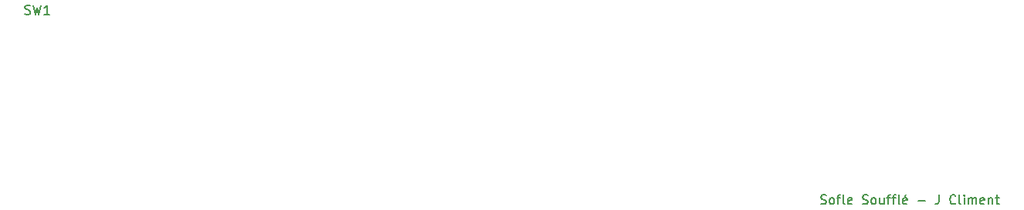
<source format=gto>
G04 #@! TF.GenerationSoftware,KiCad,Pcbnew,(5.1.12-1-10_14)*
G04 #@! TF.CreationDate,2021-12-25T11:36:38+00:00*
G04 #@! TF.ProjectId,SofleKeyboardTopPlate,536f666c-654b-4657-9962-6f617264546f,rev?*
G04 #@! TF.SameCoordinates,Original*
G04 #@! TF.FileFunction,Legend,Top*
G04 #@! TF.FilePolarity,Positive*
%FSLAX46Y46*%
G04 Gerber Fmt 4.6, Leading zero omitted, Abs format (unit mm)*
G04 Created by KiCad (PCBNEW (5.1.12-1-10_14)) date 2021-12-25 11:36:38*
%MOMM*%
%LPD*%
G01*
G04 APERTURE LIST*
%ADD10C,0.200000*%
%ADD11C,0.150000*%
%ADD12C,0.010000*%
%ADD13C,5.100000*%
G04 APERTURE END LIST*
D10*
X186920714Y-128305761D02*
X187063571Y-128353380D01*
X187301666Y-128353380D01*
X187396904Y-128305761D01*
X187444523Y-128258142D01*
X187492142Y-128162904D01*
X187492142Y-128067666D01*
X187444523Y-127972428D01*
X187396904Y-127924809D01*
X187301666Y-127877190D01*
X187111190Y-127829571D01*
X187015952Y-127781952D01*
X186968333Y-127734333D01*
X186920714Y-127639095D01*
X186920714Y-127543857D01*
X186968333Y-127448619D01*
X187015952Y-127401000D01*
X187111190Y-127353380D01*
X187349285Y-127353380D01*
X187492142Y-127401000D01*
X188063571Y-128353380D02*
X187968333Y-128305761D01*
X187920714Y-128258142D01*
X187873095Y-128162904D01*
X187873095Y-127877190D01*
X187920714Y-127781952D01*
X187968333Y-127734333D01*
X188063571Y-127686714D01*
X188206428Y-127686714D01*
X188301666Y-127734333D01*
X188349285Y-127781952D01*
X188396904Y-127877190D01*
X188396904Y-128162904D01*
X188349285Y-128258142D01*
X188301666Y-128305761D01*
X188206428Y-128353380D01*
X188063571Y-128353380D01*
X188682619Y-127686714D02*
X189063571Y-127686714D01*
X188825476Y-128353380D02*
X188825476Y-127496238D01*
X188873095Y-127401000D01*
X188968333Y-127353380D01*
X189063571Y-127353380D01*
X189539761Y-128353380D02*
X189444523Y-128305761D01*
X189396904Y-128210523D01*
X189396904Y-127353380D01*
X190301666Y-128305761D02*
X190206428Y-128353380D01*
X190015952Y-128353380D01*
X189920714Y-128305761D01*
X189873095Y-128210523D01*
X189873095Y-127829571D01*
X189920714Y-127734333D01*
X190015952Y-127686714D01*
X190206428Y-127686714D01*
X190301666Y-127734333D01*
X190349285Y-127829571D01*
X190349285Y-127924809D01*
X189873095Y-128020047D01*
X191492142Y-128305761D02*
X191635000Y-128353380D01*
X191873095Y-128353380D01*
X191968333Y-128305761D01*
X192015952Y-128258142D01*
X192063571Y-128162904D01*
X192063571Y-128067666D01*
X192015952Y-127972428D01*
X191968333Y-127924809D01*
X191873095Y-127877190D01*
X191682619Y-127829571D01*
X191587380Y-127781952D01*
X191539761Y-127734333D01*
X191492142Y-127639095D01*
X191492142Y-127543857D01*
X191539761Y-127448619D01*
X191587380Y-127401000D01*
X191682619Y-127353380D01*
X191920714Y-127353380D01*
X192063571Y-127401000D01*
X192635000Y-128353380D02*
X192539761Y-128305761D01*
X192492142Y-128258142D01*
X192444523Y-128162904D01*
X192444523Y-127877190D01*
X192492142Y-127781952D01*
X192539761Y-127734333D01*
X192635000Y-127686714D01*
X192777857Y-127686714D01*
X192873095Y-127734333D01*
X192920714Y-127781952D01*
X192968333Y-127877190D01*
X192968333Y-128162904D01*
X192920714Y-128258142D01*
X192873095Y-128305761D01*
X192777857Y-128353380D01*
X192635000Y-128353380D01*
X193825476Y-127686714D02*
X193825476Y-128353380D01*
X193396904Y-127686714D02*
X193396904Y-128210523D01*
X193444523Y-128305761D01*
X193539761Y-128353380D01*
X193682619Y-128353380D01*
X193777857Y-128305761D01*
X193825476Y-128258142D01*
X194158809Y-127686714D02*
X194539761Y-127686714D01*
X194301666Y-128353380D02*
X194301666Y-127496238D01*
X194349285Y-127401000D01*
X194444523Y-127353380D01*
X194539761Y-127353380D01*
X194730238Y-127686714D02*
X195111190Y-127686714D01*
X194873095Y-128353380D02*
X194873095Y-127496238D01*
X194920714Y-127401000D01*
X195015952Y-127353380D01*
X195111190Y-127353380D01*
X195587380Y-128353380D02*
X195492142Y-128305761D01*
X195444523Y-128210523D01*
X195444523Y-127353380D01*
X196349285Y-128305761D02*
X196254047Y-128353380D01*
X196063571Y-128353380D01*
X195968333Y-128305761D01*
X195920714Y-128210523D01*
X195920714Y-127829571D01*
X195968333Y-127734333D01*
X196063571Y-127686714D01*
X196254047Y-127686714D01*
X196349285Y-127734333D01*
X196396904Y-127829571D01*
X196396904Y-127924809D01*
X195920714Y-128020047D01*
X196254047Y-127305761D02*
X196111190Y-127448619D01*
X197587380Y-127972428D02*
X198349285Y-127972428D01*
X199873095Y-127353380D02*
X199873095Y-128067666D01*
X199825476Y-128210523D01*
X199730238Y-128305761D01*
X199587380Y-128353380D01*
X199492142Y-128353380D01*
X201682619Y-128258142D02*
X201635000Y-128305761D01*
X201492142Y-128353380D01*
X201396904Y-128353380D01*
X201254047Y-128305761D01*
X201158809Y-128210523D01*
X201111190Y-128115285D01*
X201063571Y-127924809D01*
X201063571Y-127781952D01*
X201111190Y-127591476D01*
X201158809Y-127496238D01*
X201254047Y-127401000D01*
X201396904Y-127353380D01*
X201492142Y-127353380D01*
X201635000Y-127401000D01*
X201682619Y-127448619D01*
X202254047Y-128353380D02*
X202158809Y-128305761D01*
X202111190Y-128210523D01*
X202111190Y-127353380D01*
X202635000Y-128353380D02*
X202635000Y-127686714D01*
X202635000Y-127353380D02*
X202587380Y-127401000D01*
X202635000Y-127448619D01*
X202682619Y-127401000D01*
X202635000Y-127353380D01*
X202635000Y-127448619D01*
X203111190Y-128353380D02*
X203111190Y-127686714D01*
X203111190Y-127781952D02*
X203158809Y-127734333D01*
X203254047Y-127686714D01*
X203396904Y-127686714D01*
X203492142Y-127734333D01*
X203539761Y-127829571D01*
X203539761Y-128353380D01*
X203539761Y-127829571D02*
X203587380Y-127734333D01*
X203682619Y-127686714D01*
X203825476Y-127686714D01*
X203920714Y-127734333D01*
X203968333Y-127829571D01*
X203968333Y-128353380D01*
X204825476Y-128305761D02*
X204730238Y-128353380D01*
X204539761Y-128353380D01*
X204444523Y-128305761D01*
X204396904Y-128210523D01*
X204396904Y-127829571D01*
X204444523Y-127734333D01*
X204539761Y-127686714D01*
X204730238Y-127686714D01*
X204825476Y-127734333D01*
X204873095Y-127829571D01*
X204873095Y-127924809D01*
X204396904Y-128020047D01*
X205301666Y-127686714D02*
X205301666Y-128353380D01*
X205301666Y-127781952D02*
X205349285Y-127734333D01*
X205444523Y-127686714D01*
X205587380Y-127686714D01*
X205682619Y-127734333D01*
X205730238Y-127829571D01*
X205730238Y-128353380D01*
X206063571Y-127686714D02*
X206444523Y-127686714D01*
X206206428Y-127353380D02*
X206206428Y-128210523D01*
X206254047Y-128305761D01*
X206349285Y-128353380D01*
X206444523Y-128353380D01*
D11*
X99669666Y-107423761D02*
X99812523Y-107471380D01*
X100050619Y-107471380D01*
X100145857Y-107423761D01*
X100193476Y-107376142D01*
X100241095Y-107280904D01*
X100241095Y-107185666D01*
X100193476Y-107090428D01*
X100145857Y-107042809D01*
X100050619Y-106995190D01*
X99860142Y-106947571D01*
X99764904Y-106899952D01*
X99717285Y-106852333D01*
X99669666Y-106757095D01*
X99669666Y-106661857D01*
X99717285Y-106566619D01*
X99764904Y-106519000D01*
X99860142Y-106471380D01*
X100098238Y-106471380D01*
X100241095Y-106519000D01*
X100574428Y-106471380D02*
X100812523Y-107471380D01*
X101003000Y-106757095D01*
X101193476Y-107471380D01*
X101431571Y-106471380D01*
X102336333Y-107471380D02*
X101764904Y-107471380D01*
X102050619Y-107471380D02*
X102050619Y-106471380D01*
X101955380Y-106614238D01*
X101860142Y-106709476D01*
X101764904Y-106757095D01*
%LPC*%
D12*
G36*
X112468318Y-116856032D02*
G01*
X112496566Y-116900878D01*
X112527606Y-116970368D01*
X112541278Y-117005363D01*
X112563844Y-117061544D01*
X112584741Y-117107842D01*
X112601739Y-117139691D01*
X112612612Y-117152526D01*
X112613125Y-117152595D01*
X112624513Y-117164147D01*
X112628992Y-117195160D01*
X112629000Y-117196792D01*
X112633997Y-117238612D01*
X112646270Y-117283809D01*
X112648708Y-117290243D01*
X112657080Y-117314436D01*
X112661426Y-117339074D01*
X112661778Y-117370171D01*
X112658165Y-117413743D01*
X112650616Y-117475805D01*
X112649658Y-117483171D01*
X112630898Y-117626841D01*
X112771872Y-117811995D01*
X112816855Y-117871074D01*
X112856325Y-117922909D01*
X112887787Y-117964224D01*
X112908748Y-117991744D01*
X112916674Y-118002143D01*
X112930704Y-118002137D01*
X112962604Y-117995278D01*
X113006384Y-117983427D01*
X113056058Y-117968447D01*
X113105637Y-117952200D01*
X113149132Y-117936549D01*
X113180556Y-117923356D01*
X113192376Y-117916398D01*
X113213102Y-117890792D01*
X113237849Y-117849920D01*
X113262846Y-117801484D01*
X113284324Y-117753187D01*
X113298511Y-117712730D01*
X113302100Y-117692268D01*
X113310261Y-117663887D01*
X113329639Y-117650151D01*
X113352574Y-117655704D01*
X113356610Y-117659230D01*
X113364711Y-117677419D01*
X113355756Y-117698844D01*
X113346490Y-117726125D01*
X113340922Y-117766532D01*
X113340200Y-117786571D01*
X113343946Y-117830386D01*
X113356701Y-117854353D01*
X113380732Y-117858956D01*
X113418311Y-117844678D01*
X113468845Y-117813918D01*
X113513550Y-117784694D01*
X113542006Y-117768692D01*
X113558757Y-117764548D01*
X113568347Y-117770898D01*
X113573832Y-117782396D01*
X113575613Y-117810223D01*
X113556343Y-117824436D01*
X113543717Y-117825700D01*
X113521223Y-117835822D01*
X113493807Y-117861034D01*
X113467696Y-117893604D01*
X113449118Y-117925800D01*
X113444172Y-117949289D01*
X113457575Y-117967955D01*
X113485790Y-117988072D01*
X113520392Y-118005490D01*
X113552955Y-118016061D01*
X113575055Y-118015635D01*
X113576715Y-118014560D01*
X113598588Y-118008743D01*
X113621269Y-118016223D01*
X113632097Y-118032685D01*
X113632105Y-118033433D01*
X113623737Y-118063269D01*
X113602707Y-118073722D01*
X113583950Y-118068311D01*
X113551941Y-118058136D01*
X113511157Y-118053960D01*
X113470043Y-118055474D01*
X113437045Y-118062373D01*
X113420648Y-118074245D01*
X113424824Y-118093525D01*
X113442994Y-118121735D01*
X113469145Y-118152156D01*
X113497265Y-118178069D01*
X113521341Y-118192755D01*
X113527810Y-118194000D01*
X113540501Y-118202785D01*
X113540970Y-118222531D01*
X113531464Y-118243321D01*
X113514228Y-118255239D01*
X113513924Y-118255299D01*
X113491724Y-118249040D01*
X113484287Y-118234805D01*
X113470162Y-118218503D01*
X113438302Y-118196374D01*
X113394773Y-118171464D01*
X113345638Y-118146819D01*
X113296963Y-118125484D01*
X113254813Y-118110507D01*
X113225696Y-118104933D01*
X113202049Y-118106720D01*
X113158811Y-118111741D01*
X113101485Y-118119294D01*
X113035573Y-118128677D01*
X113012794Y-118132069D01*
X112948186Y-118141436D01*
X112893188Y-118148728D01*
X112852344Y-118153395D01*
X112830198Y-118154888D01*
X112827582Y-118154461D01*
X112819850Y-118142453D01*
X112801297Y-118112898D01*
X112774459Y-118069852D01*
X112741868Y-118017373D01*
X112731033Y-117999887D01*
X112697281Y-117946209D01*
X112668348Y-117901739D01*
X112646750Y-117870227D01*
X112635004Y-117855425D01*
X112633718Y-117854847D01*
X112633221Y-117868252D01*
X112634225Y-117903575D01*
X112636569Y-117957393D01*
X112640092Y-118026278D01*
X112644630Y-118106805D01*
X112649195Y-118182310D01*
X112669293Y-118505150D01*
X112541235Y-118750899D01*
X112504146Y-118823453D01*
X112472074Y-118888857D01*
X112446605Y-118943654D01*
X112429321Y-118984389D01*
X112421808Y-119007605D01*
X112421914Y-119011249D01*
X112431650Y-119025371D01*
X112454103Y-119056880D01*
X112487019Y-119102643D01*
X112528142Y-119159531D01*
X112575217Y-119224410D01*
X112599930Y-119258386D01*
X112648738Y-119325707D01*
X112692293Y-119386305D01*
X112728431Y-119437125D01*
X112754987Y-119475114D01*
X112769797Y-119497217D01*
X112772128Y-119501381D01*
X112763186Y-119511580D01*
X112736520Y-119534363D01*
X112695007Y-119567460D01*
X112641525Y-119608601D01*
X112578953Y-119655513D01*
X112546450Y-119679476D01*
X112480158Y-119728368D01*
X112421118Y-119772442D01*
X112372304Y-119809436D01*
X112336686Y-119837088D01*
X112317237Y-119853136D01*
X112314524Y-119856032D01*
X112321771Y-119869292D01*
X112345480Y-119890562D01*
X112379775Y-119915763D01*
X112418777Y-119940821D01*
X112456608Y-119961657D01*
X112482950Y-119972839D01*
X112528836Y-119981922D01*
X112594894Y-119986321D01*
X112660750Y-119986175D01*
X112721907Y-119983721D01*
X112763276Y-119979641D01*
X112790462Y-119972895D01*
X112809070Y-119962443D01*
X112814715Y-119957604D01*
X112835302Y-119941050D01*
X112849568Y-119942003D01*
X112863071Y-119953885D01*
X112877095Y-119977517D01*
X112877380Y-119993726D01*
X112871043Y-120013187D01*
X112870300Y-120017488D01*
X112859231Y-120021205D01*
X112832531Y-120022798D01*
X112831777Y-120022800D01*
X112798477Y-120028577D01*
X112755350Y-120043359D01*
X112729393Y-120055161D01*
X112692523Y-120075540D01*
X112674043Y-120092044D01*
X112668813Y-120110357D01*
X112669490Y-120121379D01*
X112677655Y-120144615D01*
X112699454Y-120166699D01*
X112739752Y-120192414D01*
X112744498Y-120195095D01*
X112787395Y-120217607D01*
X112826172Y-120235330D01*
X112847872Y-120243067D01*
X112878086Y-120259217D01*
X112890480Y-120283960D01*
X112881664Y-120310159D01*
X112856736Y-120325852D01*
X112830588Y-120323340D01*
X112813604Y-120303630D01*
X112813580Y-120303557D01*
X112801439Y-120287989D01*
X112773234Y-120275518D01*
X112724350Y-120264119D01*
X112723189Y-120263899D01*
X112678200Y-120256096D01*
X112651146Y-120254285D01*
X112635149Y-120259023D01*
X112623334Y-120270867D01*
X112622418Y-120272067D01*
X112610412Y-120291540D01*
X112605086Y-120313828D01*
X112605776Y-120346397D01*
X112611529Y-120394609D01*
X112620705Y-120435200D01*
X112635434Y-120455337D01*
X112643307Y-120458700D01*
X112659654Y-120468329D01*
X112658173Y-120489066D01*
X112656220Y-120494693D01*
X112637518Y-120521723D01*
X112613584Y-120529086D01*
X112592108Y-120516570D01*
X112582858Y-120496699D01*
X112572533Y-120464443D01*
X112555996Y-120421388D01*
X112545199Y-120395925D01*
X112523494Y-120354148D01*
X112502400Y-120331869D01*
X112483907Y-120324674D01*
X112465938Y-120323182D01*
X112453424Y-120330440D01*
X112442552Y-120351456D01*
X112429509Y-120391235D01*
X112427077Y-120399305D01*
X112415515Y-120445116D01*
X112409396Y-120484470D01*
X112409781Y-120506780D01*
X112407636Y-120534634D01*
X112389993Y-120551417D01*
X112365441Y-120554110D01*
X112342573Y-120539697D01*
X112337613Y-120532133D01*
X112332358Y-120507782D01*
X112344852Y-120491370D01*
X112353811Y-120480222D01*
X112358885Y-120461795D01*
X112360451Y-120431159D01*
X112358886Y-120383383D01*
X112356369Y-120340811D01*
X112352863Y-120290646D01*
X112348217Y-120250358D01*
X112340348Y-120215756D01*
X112327173Y-120182648D01*
X112306611Y-120146843D01*
X112276578Y-120104149D01*
X112234991Y-120050374D01*
X112179767Y-119981327D01*
X112174478Y-119974744D01*
X112142793Y-119936556D01*
X112118581Y-119907072D01*
X112103060Y-119883175D01*
X112097445Y-119861746D01*
X112102952Y-119839667D01*
X112120798Y-119813818D01*
X112152198Y-119781081D01*
X112198368Y-119738338D01*
X112260525Y-119682471D01*
X112303648Y-119643490D01*
X112479946Y-119483215D01*
X112374883Y-119384707D01*
X112332446Y-119345541D01*
X112296790Y-119313801D01*
X112271922Y-119292976D01*
X112262084Y-119286448D01*
X112252540Y-119296630D01*
X112232898Y-119323920D01*
X112206327Y-119363764D01*
X112184966Y-119397224D01*
X112125908Y-119480294D01*
X112051258Y-119568610D01*
X111967686Y-119655183D01*
X111881860Y-119733026D01*
X111814314Y-119785560D01*
X111744594Y-119829960D01*
X111661176Y-119875371D01*
X111572621Y-119917697D01*
X111487488Y-119952837D01*
X111416150Y-119976214D01*
X111330402Y-119994799D01*
X111233572Y-120008921D01*
X111135518Y-120017588D01*
X111046103Y-120019808D01*
X111002867Y-120017816D01*
X110850972Y-119992813D01*
X110704418Y-119944030D01*
X110565297Y-119872877D01*
X110435702Y-119780765D01*
X110317724Y-119669106D01*
X110213454Y-119539309D01*
X110153483Y-119444950D01*
X110124210Y-119394150D01*
X110159446Y-119438600D01*
X110202444Y-119488400D01*
X110257761Y-119546071D01*
X110319775Y-119606340D01*
X110382862Y-119663931D01*
X110441399Y-119713569D01*
X110489763Y-119749981D01*
X110495400Y-119753721D01*
X110621824Y-119822651D01*
X110754971Y-119870911D01*
X110891051Y-119897852D01*
X111026274Y-119902823D01*
X111156851Y-119885173D01*
X111197955Y-119874369D01*
X111277725Y-119845860D01*
X111367993Y-119805771D01*
X111459584Y-119758592D01*
X111543325Y-119708812D01*
X111563337Y-119695550D01*
X111631796Y-119645689D01*
X111693117Y-119593145D01*
X111750341Y-119534288D01*
X111806512Y-119465490D01*
X111864670Y-119383122D01*
X111927859Y-119283556D01*
X111975154Y-119204344D01*
X112049200Y-119078039D01*
X111929525Y-118966936D01*
X111884749Y-118926694D01*
X111847051Y-118895325D01*
X111819951Y-118875572D01*
X111806967Y-118870175D01*
X111806388Y-118870991D01*
X111803936Y-118888795D01*
X111799714Y-118926592D01*
X111794284Y-118979084D01*
X111788212Y-119040971D01*
X111787338Y-119050129D01*
X111771750Y-119214109D01*
X111567948Y-119017576D01*
X111498935Y-118951500D01*
X111444894Y-118901121D01*
X111402920Y-118864089D01*
X111370107Y-118838058D01*
X111343550Y-118820680D01*
X111320343Y-118809608D01*
X111303751Y-118804132D01*
X111258100Y-118796084D01*
X111201559Y-118792868D01*
X111141141Y-118794064D01*
X111083857Y-118799253D01*
X111036719Y-118808016D01*
X111006737Y-118819934D01*
X111004069Y-118822043D01*
X110983436Y-118834646D01*
X110962959Y-118827093D01*
X110959856Y-118824883D01*
X110942131Y-118800751D01*
X110944941Y-118776377D01*
X110965741Y-118760520D01*
X110979151Y-118758509D01*
X111009008Y-118753155D01*
X111049243Y-118740243D01*
X111091479Y-118723207D01*
X111127340Y-118705477D01*
X111148451Y-118690486D01*
X111149921Y-118688536D01*
X111155294Y-118658468D01*
X111135513Y-118626683D01*
X111090754Y-118593400D01*
X111064154Y-118578828D01*
X111020867Y-118557441D01*
X110984190Y-118540466D01*
X110962125Y-118531602D01*
X110943911Y-118515337D01*
X110941380Y-118488868D01*
X110955140Y-118463239D01*
X110980798Y-118448845D01*
X111001716Y-118457471D01*
X111009285Y-118471935D01*
X111024965Y-118489818D01*
X111061654Y-118506069D01*
X111095866Y-118515859D01*
X111139206Y-118526226D01*
X111165495Y-118529600D01*
X111182190Y-118525658D01*
X111196749Y-118514075D01*
X111199523Y-118511347D01*
X111216271Y-118479710D01*
X111222718Y-118435250D01*
X111219215Y-118388065D01*
X111206112Y-118348249D01*
X111193287Y-118331664D01*
X111171269Y-118302124D01*
X111173407Y-118273306D01*
X111182270Y-118261509D01*
X111204803Y-118252544D01*
X111229280Y-118258461D01*
X111243943Y-118275549D01*
X111244698Y-118281206D01*
X111249561Y-118302947D01*
X111262284Y-118339628D01*
X111279274Y-118381325D01*
X111299313Y-118424297D01*
X111315211Y-118448435D01*
X111331327Y-118458838D01*
X111347115Y-118460700D01*
X111366407Y-118458006D01*
X111380029Y-118446183D01*
X111392163Y-118419615D01*
X111403165Y-118385438D01*
X111414289Y-118340956D01*
X111419745Y-118302878D01*
X111419022Y-118283672D01*
X111421827Y-118256694D01*
X111440511Y-118240385D01*
X111466304Y-118239270D01*
X111484058Y-118250115D01*
X111497503Y-118270616D01*
X111490508Y-118293045D01*
X111488926Y-118295632D01*
X111480985Y-118322301D01*
X111475677Y-118370609D01*
X111473369Y-118436894D01*
X111473300Y-118452131D01*
X111473300Y-118583608D01*
X111571458Y-118719758D01*
X111607263Y-118769889D01*
X111634070Y-118805877D01*
X111653623Y-118826241D01*
X111667662Y-118829498D01*
X111677930Y-118814168D01*
X111686169Y-118778767D01*
X111694120Y-118721814D01*
X111703526Y-118641826D01*
X111708023Y-118603575D01*
X111716427Y-118536901D01*
X111724476Y-118480172D01*
X111731487Y-118437697D01*
X111736776Y-118413783D01*
X111738708Y-118410104D01*
X111750028Y-118418297D01*
X111777170Y-118441038D01*
X111817184Y-118475761D01*
X111867122Y-118519903D01*
X111924035Y-118570897D01*
X111935815Y-118581530D01*
X111993385Y-118633288D01*
X112044192Y-118678453D01*
X112085381Y-118714530D01*
X112114097Y-118739023D01*
X112127485Y-118749436D01*
X112128083Y-118749601D01*
X112128331Y-118736505D01*
X112127091Y-118702703D01*
X112124581Y-118652832D01*
X112121018Y-118591527D01*
X112119589Y-118568650D01*
X112116029Y-118500195D01*
X112114622Y-118435160D01*
X112115542Y-118367824D01*
X112118965Y-118292471D01*
X112125064Y-118203382D01*
X112134016Y-118094839D01*
X112134101Y-118093862D01*
X112141220Y-118009940D01*
X112147255Y-117934878D01*
X112151948Y-117872233D01*
X112155040Y-117825560D01*
X112156273Y-117798417D01*
X112155988Y-117792954D01*
X112144089Y-117797274D01*
X112114466Y-117811906D01*
X112071473Y-117834606D01*
X112019465Y-117863130D01*
X112014917Y-117865667D01*
X111962449Y-117894523D01*
X111918725Y-117917695D01*
X111888069Y-117932956D01*
X111874803Y-117938078D01*
X111874616Y-117937975D01*
X111854327Y-117912222D01*
X111822400Y-117874131D01*
X111782149Y-117827416D01*
X111736886Y-117775791D01*
X111689926Y-117722970D01*
X111644580Y-117672667D01*
X111604163Y-117628596D01*
X111571988Y-117594470D01*
X111551367Y-117574004D01*
X111546372Y-117570026D01*
X111503066Y-117550180D01*
X111452672Y-117532003D01*
X111402080Y-117517384D01*
X111358179Y-117508210D01*
X111327857Y-117506370D01*
X111320858Y-117508222D01*
X111295879Y-117510383D01*
X111277010Y-117495098D01*
X111272677Y-117470218D01*
X111274276Y-117464834D01*
X111283239Y-117455451D01*
X111304184Y-117451194D01*
X111342167Y-117451504D01*
X111375374Y-117453660D01*
X111423577Y-117456864D01*
X111452295Y-117456548D01*
X111467347Y-117451407D01*
X111474553Y-117440136D01*
X111477294Y-117430797D01*
X111478213Y-117402641D01*
X111464785Y-117371205D01*
X111434631Y-117332287D01*
X111402306Y-117298352D01*
X111373490Y-117262940D01*
X111364746Y-117235914D01*
X111376240Y-117219707D01*
X111396701Y-117216100D01*
X111418406Y-117224952D01*
X111422522Y-117238325D01*
X111433272Y-117259368D01*
X111460191Y-117283479D01*
X111495337Y-117305735D01*
X111530765Y-117321215D01*
X111558536Y-117325000D01*
X111561327Y-117324326D01*
X111581459Y-117306677D01*
X111598788Y-117273074D01*
X111610375Y-117232960D01*
X111613278Y-117195780D01*
X111607775Y-117175141D01*
X111601760Y-117150657D01*
X111609289Y-117138530D01*
X111632176Y-117128958D01*
X111652915Y-117138782D01*
X111662483Y-117162944D01*
X111662337Y-117168273D01*
X111661253Y-117197843D01*
X111661328Y-117240178D01*
X111661824Y-117262243D01*
X111664924Y-117302675D01*
X111672669Y-117324301D01*
X111687455Y-117333617D01*
X111688233Y-117333826D01*
X111710788Y-117328149D01*
X111738993Y-117305866D01*
X111767127Y-117273085D01*
X111789466Y-117235913D01*
X111796435Y-117218350D01*
X111811931Y-117195779D01*
X111833036Y-117193134D01*
X111856453Y-117204634D01*
X111864321Y-117224096D01*
X111854543Y-117242056D01*
X111844930Y-117246792D01*
X111830385Y-117261956D01*
X111812517Y-117295496D01*
X111793629Y-117341017D01*
X111776025Y-117392127D01*
X111762009Y-117442432D01*
X111753885Y-117485538D01*
X111752752Y-117502606D01*
X111760653Y-117534520D01*
X111783229Y-117582604D01*
X111818888Y-117643517D01*
X111823230Y-117650371D01*
X111893655Y-117760792D01*
X112029552Y-117689703D01*
X112083038Y-117661472D01*
X112128262Y-117637129D01*
X112160464Y-117619270D01*
X112174881Y-117610489D01*
X112174889Y-117610482D01*
X112177779Y-117595248D01*
X112178334Y-117560246D01*
X112176605Y-117510997D01*
X112173511Y-117463748D01*
X112169100Y-117399974D01*
X112167905Y-117355072D01*
X112170347Y-117322671D01*
X112176844Y-117296398D01*
X112186018Y-117273798D01*
X112200996Y-117231579D01*
X112209144Y-117190687D01*
X112209621Y-117182106D01*
X112215970Y-117148906D01*
X112229930Y-117137656D01*
X112243269Y-117124905D01*
X112263877Y-117093243D01*
X112289088Y-117047136D01*
X112312016Y-117000200D01*
X112350707Y-116922369D01*
X112384056Y-116869000D01*
X112413690Y-116840130D01*
X112441235Y-116835795D01*
X112468318Y-116856032D01*
G37*
X112468318Y-116856032D02*
X112496566Y-116900878D01*
X112527606Y-116970368D01*
X112541278Y-117005363D01*
X112563844Y-117061544D01*
X112584741Y-117107842D01*
X112601739Y-117139691D01*
X112612612Y-117152526D01*
X112613125Y-117152595D01*
X112624513Y-117164147D01*
X112628992Y-117195160D01*
X112629000Y-117196792D01*
X112633997Y-117238612D01*
X112646270Y-117283809D01*
X112648708Y-117290243D01*
X112657080Y-117314436D01*
X112661426Y-117339074D01*
X112661778Y-117370171D01*
X112658165Y-117413743D01*
X112650616Y-117475805D01*
X112649658Y-117483171D01*
X112630898Y-117626841D01*
X112771872Y-117811995D01*
X112816855Y-117871074D01*
X112856325Y-117922909D01*
X112887787Y-117964224D01*
X112908748Y-117991744D01*
X112916674Y-118002143D01*
X112930704Y-118002137D01*
X112962604Y-117995278D01*
X113006384Y-117983427D01*
X113056058Y-117968447D01*
X113105637Y-117952200D01*
X113149132Y-117936549D01*
X113180556Y-117923356D01*
X113192376Y-117916398D01*
X113213102Y-117890792D01*
X113237849Y-117849920D01*
X113262846Y-117801484D01*
X113284324Y-117753187D01*
X113298511Y-117712730D01*
X113302100Y-117692268D01*
X113310261Y-117663887D01*
X113329639Y-117650151D01*
X113352574Y-117655704D01*
X113356610Y-117659230D01*
X113364711Y-117677419D01*
X113355756Y-117698844D01*
X113346490Y-117726125D01*
X113340922Y-117766532D01*
X113340200Y-117786571D01*
X113343946Y-117830386D01*
X113356701Y-117854353D01*
X113380732Y-117858956D01*
X113418311Y-117844678D01*
X113468845Y-117813918D01*
X113513550Y-117784694D01*
X113542006Y-117768692D01*
X113558757Y-117764548D01*
X113568347Y-117770898D01*
X113573832Y-117782396D01*
X113575613Y-117810223D01*
X113556343Y-117824436D01*
X113543717Y-117825700D01*
X113521223Y-117835822D01*
X113493807Y-117861034D01*
X113467696Y-117893604D01*
X113449118Y-117925800D01*
X113444172Y-117949289D01*
X113457575Y-117967955D01*
X113485790Y-117988072D01*
X113520392Y-118005490D01*
X113552955Y-118016061D01*
X113575055Y-118015635D01*
X113576715Y-118014560D01*
X113598588Y-118008743D01*
X113621269Y-118016223D01*
X113632097Y-118032685D01*
X113632105Y-118033433D01*
X113623737Y-118063269D01*
X113602707Y-118073722D01*
X113583950Y-118068311D01*
X113551941Y-118058136D01*
X113511157Y-118053960D01*
X113470043Y-118055474D01*
X113437045Y-118062373D01*
X113420648Y-118074245D01*
X113424824Y-118093525D01*
X113442994Y-118121735D01*
X113469145Y-118152156D01*
X113497265Y-118178069D01*
X113521341Y-118192755D01*
X113527810Y-118194000D01*
X113540501Y-118202785D01*
X113540970Y-118222531D01*
X113531464Y-118243321D01*
X113514228Y-118255239D01*
X113513924Y-118255299D01*
X113491724Y-118249040D01*
X113484287Y-118234805D01*
X113470162Y-118218503D01*
X113438302Y-118196374D01*
X113394773Y-118171464D01*
X113345638Y-118146819D01*
X113296963Y-118125484D01*
X113254813Y-118110507D01*
X113225696Y-118104933D01*
X113202049Y-118106720D01*
X113158811Y-118111741D01*
X113101485Y-118119294D01*
X113035573Y-118128677D01*
X113012794Y-118132069D01*
X112948186Y-118141436D01*
X112893188Y-118148728D01*
X112852344Y-118153395D01*
X112830198Y-118154888D01*
X112827582Y-118154461D01*
X112819850Y-118142453D01*
X112801297Y-118112898D01*
X112774459Y-118069852D01*
X112741868Y-118017373D01*
X112731033Y-117999887D01*
X112697281Y-117946209D01*
X112668348Y-117901739D01*
X112646750Y-117870227D01*
X112635004Y-117855425D01*
X112633718Y-117854847D01*
X112633221Y-117868252D01*
X112634225Y-117903575D01*
X112636569Y-117957393D01*
X112640092Y-118026278D01*
X112644630Y-118106805D01*
X112649195Y-118182310D01*
X112669293Y-118505150D01*
X112541235Y-118750899D01*
X112504146Y-118823453D01*
X112472074Y-118888857D01*
X112446605Y-118943654D01*
X112429321Y-118984389D01*
X112421808Y-119007605D01*
X112421914Y-119011249D01*
X112431650Y-119025371D01*
X112454103Y-119056880D01*
X112487019Y-119102643D01*
X112528142Y-119159531D01*
X112575217Y-119224410D01*
X112599930Y-119258386D01*
X112648738Y-119325707D01*
X112692293Y-119386305D01*
X112728431Y-119437125D01*
X112754987Y-119475114D01*
X112769797Y-119497217D01*
X112772128Y-119501381D01*
X112763186Y-119511580D01*
X112736520Y-119534363D01*
X112695007Y-119567460D01*
X112641525Y-119608601D01*
X112578953Y-119655513D01*
X112546450Y-119679476D01*
X112480158Y-119728368D01*
X112421118Y-119772442D01*
X112372304Y-119809436D01*
X112336686Y-119837088D01*
X112317237Y-119853136D01*
X112314524Y-119856032D01*
X112321771Y-119869292D01*
X112345480Y-119890562D01*
X112379775Y-119915763D01*
X112418777Y-119940821D01*
X112456608Y-119961657D01*
X112482950Y-119972839D01*
X112528836Y-119981922D01*
X112594894Y-119986321D01*
X112660750Y-119986175D01*
X112721907Y-119983721D01*
X112763276Y-119979641D01*
X112790462Y-119972895D01*
X112809070Y-119962443D01*
X112814715Y-119957604D01*
X112835302Y-119941050D01*
X112849568Y-119942003D01*
X112863071Y-119953885D01*
X112877095Y-119977517D01*
X112877380Y-119993726D01*
X112871043Y-120013187D01*
X112870300Y-120017488D01*
X112859231Y-120021205D01*
X112832531Y-120022798D01*
X112831777Y-120022800D01*
X112798477Y-120028577D01*
X112755350Y-120043359D01*
X112729393Y-120055161D01*
X112692523Y-120075540D01*
X112674043Y-120092044D01*
X112668813Y-120110357D01*
X112669490Y-120121379D01*
X112677655Y-120144615D01*
X112699454Y-120166699D01*
X112739752Y-120192414D01*
X112744498Y-120195095D01*
X112787395Y-120217607D01*
X112826172Y-120235330D01*
X112847872Y-120243067D01*
X112878086Y-120259217D01*
X112890480Y-120283960D01*
X112881664Y-120310159D01*
X112856736Y-120325852D01*
X112830588Y-120323340D01*
X112813604Y-120303630D01*
X112813580Y-120303557D01*
X112801439Y-120287989D01*
X112773234Y-120275518D01*
X112724350Y-120264119D01*
X112723189Y-120263899D01*
X112678200Y-120256096D01*
X112651146Y-120254285D01*
X112635149Y-120259023D01*
X112623334Y-120270867D01*
X112622418Y-120272067D01*
X112610412Y-120291540D01*
X112605086Y-120313828D01*
X112605776Y-120346397D01*
X112611529Y-120394609D01*
X112620705Y-120435200D01*
X112635434Y-120455337D01*
X112643307Y-120458700D01*
X112659654Y-120468329D01*
X112658173Y-120489066D01*
X112656220Y-120494693D01*
X112637518Y-120521723D01*
X112613584Y-120529086D01*
X112592108Y-120516570D01*
X112582858Y-120496699D01*
X112572533Y-120464443D01*
X112555996Y-120421388D01*
X112545199Y-120395925D01*
X112523494Y-120354148D01*
X112502400Y-120331869D01*
X112483907Y-120324674D01*
X112465938Y-120323182D01*
X112453424Y-120330440D01*
X112442552Y-120351456D01*
X112429509Y-120391235D01*
X112427077Y-120399305D01*
X112415515Y-120445116D01*
X112409396Y-120484470D01*
X112409781Y-120506780D01*
X112407636Y-120534634D01*
X112389993Y-120551417D01*
X112365441Y-120554110D01*
X112342573Y-120539697D01*
X112337613Y-120532133D01*
X112332358Y-120507782D01*
X112344852Y-120491370D01*
X112353811Y-120480222D01*
X112358885Y-120461795D01*
X112360451Y-120431159D01*
X112358886Y-120383383D01*
X112356369Y-120340811D01*
X112352863Y-120290646D01*
X112348217Y-120250358D01*
X112340348Y-120215756D01*
X112327173Y-120182648D01*
X112306611Y-120146843D01*
X112276578Y-120104149D01*
X112234991Y-120050374D01*
X112179767Y-119981327D01*
X112174478Y-119974744D01*
X112142793Y-119936556D01*
X112118581Y-119907072D01*
X112103060Y-119883175D01*
X112097445Y-119861746D01*
X112102952Y-119839667D01*
X112120798Y-119813818D01*
X112152198Y-119781081D01*
X112198368Y-119738338D01*
X112260525Y-119682471D01*
X112303648Y-119643490D01*
X112479946Y-119483215D01*
X112374883Y-119384707D01*
X112332446Y-119345541D01*
X112296790Y-119313801D01*
X112271922Y-119292976D01*
X112262084Y-119286448D01*
X112252540Y-119296630D01*
X112232898Y-119323920D01*
X112206327Y-119363764D01*
X112184966Y-119397224D01*
X112125908Y-119480294D01*
X112051258Y-119568610D01*
X111967686Y-119655183D01*
X111881860Y-119733026D01*
X111814314Y-119785560D01*
X111744594Y-119829960D01*
X111661176Y-119875371D01*
X111572621Y-119917697D01*
X111487488Y-119952837D01*
X111416150Y-119976214D01*
X111330402Y-119994799D01*
X111233572Y-120008921D01*
X111135518Y-120017588D01*
X111046103Y-120019808D01*
X111002867Y-120017816D01*
X110850972Y-119992813D01*
X110704418Y-119944030D01*
X110565297Y-119872877D01*
X110435702Y-119780765D01*
X110317724Y-119669106D01*
X110213454Y-119539309D01*
X110153483Y-119444950D01*
X110124210Y-119394150D01*
X110159446Y-119438600D01*
X110202444Y-119488400D01*
X110257761Y-119546071D01*
X110319775Y-119606340D01*
X110382862Y-119663931D01*
X110441399Y-119713569D01*
X110489763Y-119749981D01*
X110495400Y-119753721D01*
X110621824Y-119822651D01*
X110754971Y-119870911D01*
X110891051Y-119897852D01*
X111026274Y-119902823D01*
X111156851Y-119885173D01*
X111197955Y-119874369D01*
X111277725Y-119845860D01*
X111367993Y-119805771D01*
X111459584Y-119758592D01*
X111543325Y-119708812D01*
X111563337Y-119695550D01*
X111631796Y-119645689D01*
X111693117Y-119593145D01*
X111750341Y-119534288D01*
X111806512Y-119465490D01*
X111864670Y-119383122D01*
X111927859Y-119283556D01*
X111975154Y-119204344D01*
X112049200Y-119078039D01*
X111929525Y-118966936D01*
X111884749Y-118926694D01*
X111847051Y-118895325D01*
X111819951Y-118875572D01*
X111806967Y-118870175D01*
X111806388Y-118870991D01*
X111803936Y-118888795D01*
X111799714Y-118926592D01*
X111794284Y-118979084D01*
X111788212Y-119040971D01*
X111787338Y-119050129D01*
X111771750Y-119214109D01*
X111567948Y-119017576D01*
X111498935Y-118951500D01*
X111444894Y-118901121D01*
X111402920Y-118864089D01*
X111370107Y-118838058D01*
X111343550Y-118820680D01*
X111320343Y-118809608D01*
X111303751Y-118804132D01*
X111258100Y-118796084D01*
X111201559Y-118792868D01*
X111141141Y-118794064D01*
X111083857Y-118799253D01*
X111036719Y-118808016D01*
X111006737Y-118819934D01*
X111004069Y-118822043D01*
X110983436Y-118834646D01*
X110962959Y-118827093D01*
X110959856Y-118824883D01*
X110942131Y-118800751D01*
X110944941Y-118776377D01*
X110965741Y-118760520D01*
X110979151Y-118758509D01*
X111009008Y-118753155D01*
X111049243Y-118740243D01*
X111091479Y-118723207D01*
X111127340Y-118705477D01*
X111148451Y-118690486D01*
X111149921Y-118688536D01*
X111155294Y-118658468D01*
X111135513Y-118626683D01*
X111090754Y-118593400D01*
X111064154Y-118578828D01*
X111020867Y-118557441D01*
X110984190Y-118540466D01*
X110962125Y-118531602D01*
X110943911Y-118515337D01*
X110941380Y-118488868D01*
X110955140Y-118463239D01*
X110980798Y-118448845D01*
X111001716Y-118457471D01*
X111009285Y-118471935D01*
X111024965Y-118489818D01*
X111061654Y-118506069D01*
X111095866Y-118515859D01*
X111139206Y-118526226D01*
X111165495Y-118529600D01*
X111182190Y-118525658D01*
X111196749Y-118514075D01*
X111199523Y-118511347D01*
X111216271Y-118479710D01*
X111222718Y-118435250D01*
X111219215Y-118388065D01*
X111206112Y-118348249D01*
X111193287Y-118331664D01*
X111171269Y-118302124D01*
X111173407Y-118273306D01*
X111182270Y-118261509D01*
X111204803Y-118252544D01*
X111229280Y-118258461D01*
X111243943Y-118275549D01*
X111244698Y-118281206D01*
X111249561Y-118302947D01*
X111262284Y-118339628D01*
X111279274Y-118381325D01*
X111299313Y-118424297D01*
X111315211Y-118448435D01*
X111331327Y-118458838D01*
X111347115Y-118460700D01*
X111366407Y-118458006D01*
X111380029Y-118446183D01*
X111392163Y-118419615D01*
X111403165Y-118385438D01*
X111414289Y-118340956D01*
X111419745Y-118302878D01*
X111419022Y-118283672D01*
X111421827Y-118256694D01*
X111440511Y-118240385D01*
X111466304Y-118239270D01*
X111484058Y-118250115D01*
X111497503Y-118270616D01*
X111490508Y-118293045D01*
X111488926Y-118295632D01*
X111480985Y-118322301D01*
X111475677Y-118370609D01*
X111473369Y-118436894D01*
X111473300Y-118452131D01*
X111473300Y-118583608D01*
X111571458Y-118719758D01*
X111607263Y-118769889D01*
X111634070Y-118805877D01*
X111653623Y-118826241D01*
X111667662Y-118829498D01*
X111677930Y-118814168D01*
X111686169Y-118778767D01*
X111694120Y-118721814D01*
X111703526Y-118641826D01*
X111708023Y-118603575D01*
X111716427Y-118536901D01*
X111724476Y-118480172D01*
X111731487Y-118437697D01*
X111736776Y-118413783D01*
X111738708Y-118410104D01*
X111750028Y-118418297D01*
X111777170Y-118441038D01*
X111817184Y-118475761D01*
X111867122Y-118519903D01*
X111924035Y-118570897D01*
X111935815Y-118581530D01*
X111993385Y-118633288D01*
X112044192Y-118678453D01*
X112085381Y-118714530D01*
X112114097Y-118739023D01*
X112127485Y-118749436D01*
X112128083Y-118749601D01*
X112128331Y-118736505D01*
X112127091Y-118702703D01*
X112124581Y-118652832D01*
X112121018Y-118591527D01*
X112119589Y-118568650D01*
X112116029Y-118500195D01*
X112114622Y-118435160D01*
X112115542Y-118367824D01*
X112118965Y-118292471D01*
X112125064Y-118203382D01*
X112134016Y-118094839D01*
X112134101Y-118093862D01*
X112141220Y-118009940D01*
X112147255Y-117934878D01*
X112151948Y-117872233D01*
X112155040Y-117825560D01*
X112156273Y-117798417D01*
X112155988Y-117792954D01*
X112144089Y-117797274D01*
X112114466Y-117811906D01*
X112071473Y-117834606D01*
X112019465Y-117863130D01*
X112014917Y-117865667D01*
X111962449Y-117894523D01*
X111918725Y-117917695D01*
X111888069Y-117932956D01*
X111874803Y-117938078D01*
X111874616Y-117937975D01*
X111854327Y-117912222D01*
X111822400Y-117874131D01*
X111782149Y-117827416D01*
X111736886Y-117775791D01*
X111689926Y-117722970D01*
X111644580Y-117672667D01*
X111604163Y-117628596D01*
X111571988Y-117594470D01*
X111551367Y-117574004D01*
X111546372Y-117570026D01*
X111503066Y-117550180D01*
X111452672Y-117532003D01*
X111402080Y-117517384D01*
X111358179Y-117508210D01*
X111327857Y-117506370D01*
X111320858Y-117508222D01*
X111295879Y-117510383D01*
X111277010Y-117495098D01*
X111272677Y-117470218D01*
X111274276Y-117464834D01*
X111283239Y-117455451D01*
X111304184Y-117451194D01*
X111342167Y-117451504D01*
X111375374Y-117453660D01*
X111423577Y-117456864D01*
X111452295Y-117456548D01*
X111467347Y-117451407D01*
X111474553Y-117440136D01*
X111477294Y-117430797D01*
X111478213Y-117402641D01*
X111464785Y-117371205D01*
X111434631Y-117332287D01*
X111402306Y-117298352D01*
X111373490Y-117262940D01*
X111364746Y-117235914D01*
X111376240Y-117219707D01*
X111396701Y-117216100D01*
X111418406Y-117224952D01*
X111422522Y-117238325D01*
X111433272Y-117259368D01*
X111460191Y-117283479D01*
X111495337Y-117305735D01*
X111530765Y-117321215D01*
X111558536Y-117325000D01*
X111561327Y-117324326D01*
X111581459Y-117306677D01*
X111598788Y-117273074D01*
X111610375Y-117232960D01*
X111613278Y-117195780D01*
X111607775Y-117175141D01*
X111601760Y-117150657D01*
X111609289Y-117138530D01*
X111632176Y-117128958D01*
X111652915Y-117138782D01*
X111662483Y-117162944D01*
X111662337Y-117168273D01*
X111661253Y-117197843D01*
X111661328Y-117240178D01*
X111661824Y-117262243D01*
X111664924Y-117302675D01*
X111672669Y-117324301D01*
X111687455Y-117333617D01*
X111688233Y-117333826D01*
X111710788Y-117328149D01*
X111738993Y-117305866D01*
X111767127Y-117273085D01*
X111789466Y-117235913D01*
X111796435Y-117218350D01*
X111811931Y-117195779D01*
X111833036Y-117193134D01*
X111856453Y-117204634D01*
X111864321Y-117224096D01*
X111854543Y-117242056D01*
X111844930Y-117246792D01*
X111830385Y-117261956D01*
X111812517Y-117295496D01*
X111793629Y-117341017D01*
X111776025Y-117392127D01*
X111762009Y-117442432D01*
X111753885Y-117485538D01*
X111752752Y-117502606D01*
X111760653Y-117534520D01*
X111783229Y-117582604D01*
X111818888Y-117643517D01*
X111823230Y-117650371D01*
X111893655Y-117760792D01*
X112029552Y-117689703D01*
X112083038Y-117661472D01*
X112128262Y-117637129D01*
X112160464Y-117619270D01*
X112174881Y-117610489D01*
X112174889Y-117610482D01*
X112177779Y-117595248D01*
X112178334Y-117560246D01*
X112176605Y-117510997D01*
X112173511Y-117463748D01*
X112169100Y-117399974D01*
X112167905Y-117355072D01*
X112170347Y-117322671D01*
X112176844Y-117296398D01*
X112186018Y-117273798D01*
X112200996Y-117231579D01*
X112209144Y-117190687D01*
X112209621Y-117182106D01*
X112215970Y-117148906D01*
X112229930Y-117137656D01*
X112243269Y-117124905D01*
X112263877Y-117093243D01*
X112289088Y-117047136D01*
X112312016Y-117000200D01*
X112350707Y-116922369D01*
X112384056Y-116869000D01*
X112413690Y-116840130D01*
X112441235Y-116835795D01*
X112468318Y-116856032D01*
G36*
X199994318Y-131282032D02*
G01*
X200022566Y-131326878D01*
X200053606Y-131396368D01*
X200067278Y-131431363D01*
X200089844Y-131487544D01*
X200110741Y-131533842D01*
X200127739Y-131565691D01*
X200138612Y-131578526D01*
X200139125Y-131578595D01*
X200150513Y-131590147D01*
X200154992Y-131621160D01*
X200155000Y-131622792D01*
X200159997Y-131664612D01*
X200172270Y-131709809D01*
X200174708Y-131716243D01*
X200183080Y-131740436D01*
X200187426Y-131765074D01*
X200187778Y-131796171D01*
X200184165Y-131839743D01*
X200176616Y-131901805D01*
X200175658Y-131909171D01*
X200156898Y-132052841D01*
X200297872Y-132237995D01*
X200342855Y-132297074D01*
X200382325Y-132348909D01*
X200413787Y-132390224D01*
X200434748Y-132417744D01*
X200442674Y-132428143D01*
X200456704Y-132428137D01*
X200488604Y-132421278D01*
X200532384Y-132409427D01*
X200582058Y-132394447D01*
X200631637Y-132378200D01*
X200675132Y-132362549D01*
X200706556Y-132349356D01*
X200718376Y-132342398D01*
X200739102Y-132316792D01*
X200763849Y-132275920D01*
X200788846Y-132227484D01*
X200810324Y-132179187D01*
X200824511Y-132138730D01*
X200828100Y-132118268D01*
X200836261Y-132089887D01*
X200855639Y-132076151D01*
X200878574Y-132081704D01*
X200882610Y-132085230D01*
X200890711Y-132103419D01*
X200881756Y-132124844D01*
X200872490Y-132152125D01*
X200866922Y-132192532D01*
X200866200Y-132212571D01*
X200869946Y-132256386D01*
X200882701Y-132280353D01*
X200906732Y-132284956D01*
X200944311Y-132270678D01*
X200994845Y-132239918D01*
X201039550Y-132210694D01*
X201068006Y-132194692D01*
X201084757Y-132190548D01*
X201094347Y-132196898D01*
X201099832Y-132208396D01*
X201101613Y-132236223D01*
X201082343Y-132250436D01*
X201069717Y-132251700D01*
X201047223Y-132261822D01*
X201019807Y-132287034D01*
X200993696Y-132319604D01*
X200975118Y-132351800D01*
X200970172Y-132375289D01*
X200983575Y-132393955D01*
X201011790Y-132414072D01*
X201046392Y-132431490D01*
X201078955Y-132442061D01*
X201101055Y-132441635D01*
X201102715Y-132440560D01*
X201124588Y-132434743D01*
X201147269Y-132442223D01*
X201158097Y-132458685D01*
X201158105Y-132459433D01*
X201149737Y-132489269D01*
X201128707Y-132499722D01*
X201109950Y-132494311D01*
X201077941Y-132484136D01*
X201037157Y-132479960D01*
X200996043Y-132481474D01*
X200963045Y-132488373D01*
X200946648Y-132500245D01*
X200950824Y-132519525D01*
X200968994Y-132547735D01*
X200995145Y-132578156D01*
X201023265Y-132604069D01*
X201047341Y-132618755D01*
X201053810Y-132620000D01*
X201066501Y-132628785D01*
X201066970Y-132648531D01*
X201057464Y-132669321D01*
X201040228Y-132681239D01*
X201039924Y-132681299D01*
X201017724Y-132675040D01*
X201010287Y-132660805D01*
X200996162Y-132644503D01*
X200964302Y-132622374D01*
X200920773Y-132597464D01*
X200871638Y-132572819D01*
X200822963Y-132551484D01*
X200780813Y-132536507D01*
X200751696Y-132530933D01*
X200728049Y-132532720D01*
X200684811Y-132537741D01*
X200627485Y-132545294D01*
X200561573Y-132554677D01*
X200538794Y-132558069D01*
X200474186Y-132567436D01*
X200419188Y-132574728D01*
X200378344Y-132579395D01*
X200356198Y-132580888D01*
X200353582Y-132580461D01*
X200345850Y-132568453D01*
X200327297Y-132538898D01*
X200300459Y-132495852D01*
X200267868Y-132443373D01*
X200257033Y-132425887D01*
X200223281Y-132372209D01*
X200194348Y-132327739D01*
X200172750Y-132296227D01*
X200161004Y-132281425D01*
X200159718Y-132280847D01*
X200159221Y-132294252D01*
X200160225Y-132329575D01*
X200162569Y-132383393D01*
X200166092Y-132452278D01*
X200170630Y-132532805D01*
X200175195Y-132608310D01*
X200195293Y-132931150D01*
X200067235Y-133176899D01*
X200030146Y-133249453D01*
X199998074Y-133314857D01*
X199972605Y-133369654D01*
X199955321Y-133410389D01*
X199947808Y-133433605D01*
X199947914Y-133437249D01*
X199957650Y-133451371D01*
X199980103Y-133482880D01*
X200013019Y-133528643D01*
X200054142Y-133585531D01*
X200101217Y-133650410D01*
X200125930Y-133684386D01*
X200174738Y-133751707D01*
X200218293Y-133812305D01*
X200254431Y-133863125D01*
X200280987Y-133901114D01*
X200295797Y-133923217D01*
X200298128Y-133927381D01*
X200289186Y-133937580D01*
X200262520Y-133960363D01*
X200221007Y-133993460D01*
X200167525Y-134034601D01*
X200104953Y-134081513D01*
X200072450Y-134105476D01*
X200006158Y-134154368D01*
X199947118Y-134198442D01*
X199898304Y-134235436D01*
X199862686Y-134263088D01*
X199843237Y-134279136D01*
X199840524Y-134282032D01*
X199847771Y-134295292D01*
X199871480Y-134316562D01*
X199905775Y-134341763D01*
X199944777Y-134366821D01*
X199982608Y-134387657D01*
X200008950Y-134398839D01*
X200054836Y-134407922D01*
X200120894Y-134412321D01*
X200186750Y-134412175D01*
X200247907Y-134409721D01*
X200289276Y-134405641D01*
X200316462Y-134398895D01*
X200335070Y-134388443D01*
X200340715Y-134383604D01*
X200361302Y-134367050D01*
X200375568Y-134368003D01*
X200389071Y-134379885D01*
X200403095Y-134403517D01*
X200403380Y-134419726D01*
X200397043Y-134439187D01*
X200396300Y-134443488D01*
X200385231Y-134447205D01*
X200358531Y-134448798D01*
X200357777Y-134448800D01*
X200324477Y-134454577D01*
X200281350Y-134469359D01*
X200255393Y-134481161D01*
X200218523Y-134501540D01*
X200200043Y-134518044D01*
X200194813Y-134536357D01*
X200195490Y-134547379D01*
X200203655Y-134570615D01*
X200225454Y-134592699D01*
X200265752Y-134618414D01*
X200270498Y-134621095D01*
X200313395Y-134643607D01*
X200352172Y-134661330D01*
X200373872Y-134669067D01*
X200404086Y-134685217D01*
X200416480Y-134709960D01*
X200407664Y-134736159D01*
X200382736Y-134751852D01*
X200356588Y-134749340D01*
X200339604Y-134729630D01*
X200339580Y-134729557D01*
X200327439Y-134713989D01*
X200299234Y-134701518D01*
X200250350Y-134690119D01*
X200249189Y-134689899D01*
X200204200Y-134682096D01*
X200177146Y-134680285D01*
X200161149Y-134685023D01*
X200149334Y-134696867D01*
X200148418Y-134698067D01*
X200136412Y-134717540D01*
X200131086Y-134739828D01*
X200131776Y-134772397D01*
X200137529Y-134820609D01*
X200146705Y-134861200D01*
X200161434Y-134881337D01*
X200169307Y-134884700D01*
X200185654Y-134894329D01*
X200184173Y-134915066D01*
X200182220Y-134920693D01*
X200163518Y-134947723D01*
X200139584Y-134955086D01*
X200118108Y-134942570D01*
X200108858Y-134922699D01*
X200098533Y-134890443D01*
X200081996Y-134847388D01*
X200071199Y-134821925D01*
X200049494Y-134780148D01*
X200028400Y-134757869D01*
X200009907Y-134750674D01*
X199991938Y-134749182D01*
X199979424Y-134756440D01*
X199968552Y-134777456D01*
X199955509Y-134817235D01*
X199953077Y-134825305D01*
X199941515Y-134871116D01*
X199935396Y-134910470D01*
X199935781Y-134932780D01*
X199933636Y-134960634D01*
X199915993Y-134977417D01*
X199891441Y-134980110D01*
X199868573Y-134965697D01*
X199863613Y-134958133D01*
X199858358Y-134933782D01*
X199870852Y-134917370D01*
X199879811Y-134906222D01*
X199884885Y-134887795D01*
X199886451Y-134857159D01*
X199884886Y-134809383D01*
X199882369Y-134766811D01*
X199878863Y-134716646D01*
X199874217Y-134676358D01*
X199866348Y-134641756D01*
X199853173Y-134608648D01*
X199832611Y-134572843D01*
X199802578Y-134530149D01*
X199760991Y-134476374D01*
X199705767Y-134407327D01*
X199700478Y-134400744D01*
X199668793Y-134362556D01*
X199644581Y-134333072D01*
X199629060Y-134309175D01*
X199623445Y-134287746D01*
X199628952Y-134265667D01*
X199646798Y-134239818D01*
X199678198Y-134207081D01*
X199724368Y-134164338D01*
X199786525Y-134108471D01*
X199829648Y-134069490D01*
X200005946Y-133909215D01*
X199900883Y-133810707D01*
X199858446Y-133771541D01*
X199822790Y-133739801D01*
X199797922Y-133718976D01*
X199788084Y-133712448D01*
X199778540Y-133722630D01*
X199758898Y-133749920D01*
X199732327Y-133789764D01*
X199710966Y-133823224D01*
X199651908Y-133906294D01*
X199577258Y-133994610D01*
X199493686Y-134081183D01*
X199407860Y-134159026D01*
X199340314Y-134211560D01*
X199270594Y-134255960D01*
X199187176Y-134301371D01*
X199098621Y-134343697D01*
X199013488Y-134378837D01*
X198942150Y-134402214D01*
X198856402Y-134420799D01*
X198759572Y-134434921D01*
X198661518Y-134443588D01*
X198572103Y-134445808D01*
X198528867Y-134443816D01*
X198376972Y-134418813D01*
X198230418Y-134370030D01*
X198091297Y-134298877D01*
X197961702Y-134206765D01*
X197843724Y-134095106D01*
X197739454Y-133965309D01*
X197679483Y-133870950D01*
X197650210Y-133820150D01*
X197685446Y-133864600D01*
X197728444Y-133914400D01*
X197783761Y-133972071D01*
X197845775Y-134032340D01*
X197908862Y-134089931D01*
X197967399Y-134139569D01*
X198015763Y-134175981D01*
X198021400Y-134179721D01*
X198147824Y-134248651D01*
X198280971Y-134296911D01*
X198417051Y-134323852D01*
X198552274Y-134328823D01*
X198682851Y-134311173D01*
X198723955Y-134300369D01*
X198803725Y-134271860D01*
X198893993Y-134231771D01*
X198985584Y-134184592D01*
X199069325Y-134134812D01*
X199089337Y-134121550D01*
X199157796Y-134071689D01*
X199219117Y-134019145D01*
X199276341Y-133960288D01*
X199332512Y-133891490D01*
X199390670Y-133809122D01*
X199453859Y-133709556D01*
X199501154Y-133630344D01*
X199575200Y-133504039D01*
X199455525Y-133392936D01*
X199410749Y-133352694D01*
X199373051Y-133321325D01*
X199345951Y-133301572D01*
X199332967Y-133296175D01*
X199332388Y-133296991D01*
X199329936Y-133314795D01*
X199325714Y-133352592D01*
X199320284Y-133405084D01*
X199314212Y-133466971D01*
X199313338Y-133476129D01*
X199297750Y-133640109D01*
X199093948Y-133443576D01*
X199024935Y-133377500D01*
X198970894Y-133327121D01*
X198928920Y-133290089D01*
X198896107Y-133264058D01*
X198869550Y-133246680D01*
X198846343Y-133235608D01*
X198829751Y-133230132D01*
X198784100Y-133222084D01*
X198727559Y-133218868D01*
X198667141Y-133220064D01*
X198609857Y-133225253D01*
X198562719Y-133234016D01*
X198532737Y-133245934D01*
X198530069Y-133248043D01*
X198509436Y-133260646D01*
X198488959Y-133253093D01*
X198485856Y-133250883D01*
X198468131Y-133226751D01*
X198470941Y-133202377D01*
X198491741Y-133186520D01*
X198505151Y-133184509D01*
X198535008Y-133179155D01*
X198575243Y-133166243D01*
X198617479Y-133149207D01*
X198653340Y-133131477D01*
X198674451Y-133116486D01*
X198675921Y-133114536D01*
X198681294Y-133084468D01*
X198661513Y-133052683D01*
X198616754Y-133019400D01*
X198590154Y-133004828D01*
X198546867Y-132983441D01*
X198510190Y-132966466D01*
X198488125Y-132957602D01*
X198469911Y-132941337D01*
X198467380Y-132914868D01*
X198481140Y-132889239D01*
X198506798Y-132874845D01*
X198527716Y-132883471D01*
X198535285Y-132897935D01*
X198550965Y-132915818D01*
X198587654Y-132932069D01*
X198621866Y-132941859D01*
X198665206Y-132952226D01*
X198691495Y-132955600D01*
X198708190Y-132951658D01*
X198722749Y-132940075D01*
X198725523Y-132937347D01*
X198742271Y-132905710D01*
X198748718Y-132861250D01*
X198745215Y-132814065D01*
X198732112Y-132774249D01*
X198719287Y-132757664D01*
X198697269Y-132728124D01*
X198699407Y-132699306D01*
X198708270Y-132687509D01*
X198730803Y-132678544D01*
X198755280Y-132684461D01*
X198769943Y-132701549D01*
X198770698Y-132707206D01*
X198775561Y-132728947D01*
X198788284Y-132765628D01*
X198805274Y-132807325D01*
X198825313Y-132850297D01*
X198841211Y-132874435D01*
X198857327Y-132884838D01*
X198873115Y-132886700D01*
X198892407Y-132884006D01*
X198906029Y-132872183D01*
X198918163Y-132845615D01*
X198929165Y-132811438D01*
X198940289Y-132766956D01*
X198945745Y-132728878D01*
X198945022Y-132709672D01*
X198947827Y-132682694D01*
X198966511Y-132666385D01*
X198992304Y-132665270D01*
X199010058Y-132676115D01*
X199023503Y-132696616D01*
X199016508Y-132719045D01*
X199014926Y-132721632D01*
X199006985Y-132748301D01*
X199001677Y-132796609D01*
X198999369Y-132862894D01*
X198999300Y-132878131D01*
X198999300Y-133009608D01*
X199097458Y-133145758D01*
X199133263Y-133195889D01*
X199160070Y-133231877D01*
X199179623Y-133252241D01*
X199193662Y-133255498D01*
X199203930Y-133240168D01*
X199212169Y-133204767D01*
X199220120Y-133147814D01*
X199229526Y-133067826D01*
X199234023Y-133029575D01*
X199242427Y-132962901D01*
X199250476Y-132906172D01*
X199257487Y-132863697D01*
X199262776Y-132839783D01*
X199264708Y-132836104D01*
X199276028Y-132844297D01*
X199303170Y-132867038D01*
X199343184Y-132901761D01*
X199393122Y-132945903D01*
X199450035Y-132996897D01*
X199461815Y-133007530D01*
X199519385Y-133059288D01*
X199570192Y-133104453D01*
X199611381Y-133140530D01*
X199640097Y-133165023D01*
X199653485Y-133175436D01*
X199654083Y-133175601D01*
X199654331Y-133162505D01*
X199653091Y-133128703D01*
X199650581Y-133078832D01*
X199647018Y-133017527D01*
X199645589Y-132994650D01*
X199642029Y-132926195D01*
X199640622Y-132861160D01*
X199641542Y-132793824D01*
X199644965Y-132718471D01*
X199651064Y-132629382D01*
X199660016Y-132520839D01*
X199660101Y-132519862D01*
X199667220Y-132435940D01*
X199673255Y-132360878D01*
X199677948Y-132298233D01*
X199681040Y-132251560D01*
X199682273Y-132224417D01*
X199681988Y-132218954D01*
X199670089Y-132223274D01*
X199640466Y-132237906D01*
X199597473Y-132260606D01*
X199545465Y-132289130D01*
X199540917Y-132291667D01*
X199488449Y-132320523D01*
X199444725Y-132343695D01*
X199414069Y-132358956D01*
X199400803Y-132364078D01*
X199400616Y-132363975D01*
X199380327Y-132338222D01*
X199348400Y-132300131D01*
X199308149Y-132253416D01*
X199262886Y-132201791D01*
X199215926Y-132148970D01*
X199170580Y-132098667D01*
X199130163Y-132054596D01*
X199097988Y-132020470D01*
X199077367Y-132000004D01*
X199072372Y-131996026D01*
X199029066Y-131976180D01*
X198978672Y-131958003D01*
X198928080Y-131943384D01*
X198884179Y-131934210D01*
X198853857Y-131932370D01*
X198846858Y-131934222D01*
X198821879Y-131936383D01*
X198803010Y-131921098D01*
X198798677Y-131896218D01*
X198800276Y-131890834D01*
X198809239Y-131881451D01*
X198830184Y-131877194D01*
X198868167Y-131877504D01*
X198901374Y-131879660D01*
X198949577Y-131882864D01*
X198978295Y-131882548D01*
X198993347Y-131877407D01*
X199000553Y-131866136D01*
X199003294Y-131856797D01*
X199004213Y-131828641D01*
X198990785Y-131797205D01*
X198960631Y-131758287D01*
X198928306Y-131724352D01*
X198899490Y-131688940D01*
X198890746Y-131661914D01*
X198902240Y-131645707D01*
X198922701Y-131642100D01*
X198944406Y-131650952D01*
X198948522Y-131664325D01*
X198959272Y-131685368D01*
X198986191Y-131709479D01*
X199021337Y-131731735D01*
X199056765Y-131747215D01*
X199084536Y-131751000D01*
X199087327Y-131750326D01*
X199107459Y-131732677D01*
X199124788Y-131699074D01*
X199136375Y-131658960D01*
X199139278Y-131621780D01*
X199133775Y-131601141D01*
X199127760Y-131576657D01*
X199135289Y-131564530D01*
X199158176Y-131554958D01*
X199178915Y-131564782D01*
X199188483Y-131588944D01*
X199188337Y-131594273D01*
X199187253Y-131623843D01*
X199187328Y-131666178D01*
X199187824Y-131688243D01*
X199190924Y-131728675D01*
X199198669Y-131750301D01*
X199213455Y-131759617D01*
X199214233Y-131759826D01*
X199236788Y-131754149D01*
X199264993Y-131731866D01*
X199293127Y-131699085D01*
X199315466Y-131661913D01*
X199322435Y-131644350D01*
X199337931Y-131621779D01*
X199359036Y-131619134D01*
X199382453Y-131630634D01*
X199390321Y-131650096D01*
X199380543Y-131668056D01*
X199370930Y-131672792D01*
X199356385Y-131687956D01*
X199338517Y-131721496D01*
X199319629Y-131767017D01*
X199302025Y-131818127D01*
X199288009Y-131868432D01*
X199279885Y-131911538D01*
X199278752Y-131928606D01*
X199286653Y-131960520D01*
X199309229Y-132008604D01*
X199344888Y-132069517D01*
X199349230Y-132076371D01*
X199419655Y-132186792D01*
X199555552Y-132115703D01*
X199609038Y-132087472D01*
X199654262Y-132063129D01*
X199686464Y-132045270D01*
X199700881Y-132036489D01*
X199700889Y-132036482D01*
X199703779Y-132021248D01*
X199704334Y-131986246D01*
X199702605Y-131936997D01*
X199699511Y-131889748D01*
X199695100Y-131825974D01*
X199693905Y-131781072D01*
X199696347Y-131748671D01*
X199702844Y-131722398D01*
X199712018Y-131699798D01*
X199726996Y-131657579D01*
X199735144Y-131616687D01*
X199735621Y-131608106D01*
X199741970Y-131574906D01*
X199755930Y-131563656D01*
X199769269Y-131550905D01*
X199789877Y-131519243D01*
X199815088Y-131473136D01*
X199838016Y-131426200D01*
X199876707Y-131348369D01*
X199910056Y-131295000D01*
X199939690Y-131266130D01*
X199967235Y-131261795D01*
X199994318Y-131282032D01*
G37*
X199994318Y-131282032D02*
X200022566Y-131326878D01*
X200053606Y-131396368D01*
X200067278Y-131431363D01*
X200089844Y-131487544D01*
X200110741Y-131533842D01*
X200127739Y-131565691D01*
X200138612Y-131578526D01*
X200139125Y-131578595D01*
X200150513Y-131590147D01*
X200154992Y-131621160D01*
X200155000Y-131622792D01*
X200159997Y-131664612D01*
X200172270Y-131709809D01*
X200174708Y-131716243D01*
X200183080Y-131740436D01*
X200187426Y-131765074D01*
X200187778Y-131796171D01*
X200184165Y-131839743D01*
X200176616Y-131901805D01*
X200175658Y-131909171D01*
X200156898Y-132052841D01*
X200297872Y-132237995D01*
X200342855Y-132297074D01*
X200382325Y-132348909D01*
X200413787Y-132390224D01*
X200434748Y-132417744D01*
X200442674Y-132428143D01*
X200456704Y-132428137D01*
X200488604Y-132421278D01*
X200532384Y-132409427D01*
X200582058Y-132394447D01*
X200631637Y-132378200D01*
X200675132Y-132362549D01*
X200706556Y-132349356D01*
X200718376Y-132342398D01*
X200739102Y-132316792D01*
X200763849Y-132275920D01*
X200788846Y-132227484D01*
X200810324Y-132179187D01*
X200824511Y-132138730D01*
X200828100Y-132118268D01*
X200836261Y-132089887D01*
X200855639Y-132076151D01*
X200878574Y-132081704D01*
X200882610Y-132085230D01*
X200890711Y-132103419D01*
X200881756Y-132124844D01*
X200872490Y-132152125D01*
X200866922Y-132192532D01*
X200866200Y-132212571D01*
X200869946Y-132256386D01*
X200882701Y-132280353D01*
X200906732Y-132284956D01*
X200944311Y-132270678D01*
X200994845Y-132239918D01*
X201039550Y-132210694D01*
X201068006Y-132194692D01*
X201084757Y-132190548D01*
X201094347Y-132196898D01*
X201099832Y-132208396D01*
X201101613Y-132236223D01*
X201082343Y-132250436D01*
X201069717Y-132251700D01*
X201047223Y-132261822D01*
X201019807Y-132287034D01*
X200993696Y-132319604D01*
X200975118Y-132351800D01*
X200970172Y-132375289D01*
X200983575Y-132393955D01*
X201011790Y-132414072D01*
X201046392Y-132431490D01*
X201078955Y-132442061D01*
X201101055Y-132441635D01*
X201102715Y-132440560D01*
X201124588Y-132434743D01*
X201147269Y-132442223D01*
X201158097Y-132458685D01*
X201158105Y-132459433D01*
X201149737Y-132489269D01*
X201128707Y-132499722D01*
X201109950Y-132494311D01*
X201077941Y-132484136D01*
X201037157Y-132479960D01*
X200996043Y-132481474D01*
X200963045Y-132488373D01*
X200946648Y-132500245D01*
X200950824Y-132519525D01*
X200968994Y-132547735D01*
X200995145Y-132578156D01*
X201023265Y-132604069D01*
X201047341Y-132618755D01*
X201053810Y-132620000D01*
X201066501Y-132628785D01*
X201066970Y-132648531D01*
X201057464Y-132669321D01*
X201040228Y-132681239D01*
X201039924Y-132681299D01*
X201017724Y-132675040D01*
X201010287Y-132660805D01*
X200996162Y-132644503D01*
X200964302Y-132622374D01*
X200920773Y-132597464D01*
X200871638Y-132572819D01*
X200822963Y-132551484D01*
X200780813Y-132536507D01*
X200751696Y-132530933D01*
X200728049Y-132532720D01*
X200684811Y-132537741D01*
X200627485Y-132545294D01*
X200561573Y-132554677D01*
X200538794Y-132558069D01*
X200474186Y-132567436D01*
X200419188Y-132574728D01*
X200378344Y-132579395D01*
X200356198Y-132580888D01*
X200353582Y-132580461D01*
X200345850Y-132568453D01*
X200327297Y-132538898D01*
X200300459Y-132495852D01*
X200267868Y-132443373D01*
X200257033Y-132425887D01*
X200223281Y-132372209D01*
X200194348Y-132327739D01*
X200172750Y-132296227D01*
X200161004Y-132281425D01*
X200159718Y-132280847D01*
X200159221Y-132294252D01*
X200160225Y-132329575D01*
X200162569Y-132383393D01*
X200166092Y-132452278D01*
X200170630Y-132532805D01*
X200175195Y-132608310D01*
X200195293Y-132931150D01*
X200067235Y-133176899D01*
X200030146Y-133249453D01*
X199998074Y-133314857D01*
X199972605Y-133369654D01*
X199955321Y-133410389D01*
X199947808Y-133433605D01*
X199947914Y-133437249D01*
X199957650Y-133451371D01*
X199980103Y-133482880D01*
X200013019Y-133528643D01*
X200054142Y-133585531D01*
X200101217Y-133650410D01*
X200125930Y-133684386D01*
X200174738Y-133751707D01*
X200218293Y-133812305D01*
X200254431Y-133863125D01*
X200280987Y-133901114D01*
X200295797Y-133923217D01*
X200298128Y-133927381D01*
X200289186Y-133937580D01*
X200262520Y-133960363D01*
X200221007Y-133993460D01*
X200167525Y-134034601D01*
X200104953Y-134081513D01*
X200072450Y-134105476D01*
X200006158Y-134154368D01*
X199947118Y-134198442D01*
X199898304Y-134235436D01*
X199862686Y-134263088D01*
X199843237Y-134279136D01*
X199840524Y-134282032D01*
X199847771Y-134295292D01*
X199871480Y-134316562D01*
X199905775Y-134341763D01*
X199944777Y-134366821D01*
X199982608Y-134387657D01*
X200008950Y-134398839D01*
X200054836Y-134407922D01*
X200120894Y-134412321D01*
X200186750Y-134412175D01*
X200247907Y-134409721D01*
X200289276Y-134405641D01*
X200316462Y-134398895D01*
X200335070Y-134388443D01*
X200340715Y-134383604D01*
X200361302Y-134367050D01*
X200375568Y-134368003D01*
X200389071Y-134379885D01*
X200403095Y-134403517D01*
X200403380Y-134419726D01*
X200397043Y-134439187D01*
X200396300Y-134443488D01*
X200385231Y-134447205D01*
X200358531Y-134448798D01*
X200357777Y-134448800D01*
X200324477Y-134454577D01*
X200281350Y-134469359D01*
X200255393Y-134481161D01*
X200218523Y-134501540D01*
X200200043Y-134518044D01*
X200194813Y-134536357D01*
X200195490Y-134547379D01*
X200203655Y-134570615D01*
X200225454Y-134592699D01*
X200265752Y-134618414D01*
X200270498Y-134621095D01*
X200313395Y-134643607D01*
X200352172Y-134661330D01*
X200373872Y-134669067D01*
X200404086Y-134685217D01*
X200416480Y-134709960D01*
X200407664Y-134736159D01*
X200382736Y-134751852D01*
X200356588Y-134749340D01*
X200339604Y-134729630D01*
X200339580Y-134729557D01*
X200327439Y-134713989D01*
X200299234Y-134701518D01*
X200250350Y-134690119D01*
X200249189Y-134689899D01*
X200204200Y-134682096D01*
X200177146Y-134680285D01*
X200161149Y-134685023D01*
X200149334Y-134696867D01*
X200148418Y-134698067D01*
X200136412Y-134717540D01*
X200131086Y-134739828D01*
X200131776Y-134772397D01*
X200137529Y-134820609D01*
X200146705Y-134861200D01*
X200161434Y-134881337D01*
X200169307Y-134884700D01*
X200185654Y-134894329D01*
X200184173Y-134915066D01*
X200182220Y-134920693D01*
X200163518Y-134947723D01*
X200139584Y-134955086D01*
X200118108Y-134942570D01*
X200108858Y-134922699D01*
X200098533Y-134890443D01*
X200081996Y-134847388D01*
X200071199Y-134821925D01*
X200049494Y-134780148D01*
X200028400Y-134757869D01*
X200009907Y-134750674D01*
X199991938Y-134749182D01*
X199979424Y-134756440D01*
X199968552Y-134777456D01*
X199955509Y-134817235D01*
X199953077Y-134825305D01*
X199941515Y-134871116D01*
X199935396Y-134910470D01*
X199935781Y-134932780D01*
X199933636Y-134960634D01*
X199915993Y-134977417D01*
X199891441Y-134980110D01*
X199868573Y-134965697D01*
X199863613Y-134958133D01*
X199858358Y-134933782D01*
X199870852Y-134917370D01*
X199879811Y-134906222D01*
X199884885Y-134887795D01*
X199886451Y-134857159D01*
X199884886Y-134809383D01*
X199882369Y-134766811D01*
X199878863Y-134716646D01*
X199874217Y-134676358D01*
X199866348Y-134641756D01*
X199853173Y-134608648D01*
X199832611Y-134572843D01*
X199802578Y-134530149D01*
X199760991Y-134476374D01*
X199705767Y-134407327D01*
X199700478Y-134400744D01*
X199668793Y-134362556D01*
X199644581Y-134333072D01*
X199629060Y-134309175D01*
X199623445Y-134287746D01*
X199628952Y-134265667D01*
X199646798Y-134239818D01*
X199678198Y-134207081D01*
X199724368Y-134164338D01*
X199786525Y-134108471D01*
X199829648Y-134069490D01*
X200005946Y-133909215D01*
X199900883Y-133810707D01*
X199858446Y-133771541D01*
X199822790Y-133739801D01*
X199797922Y-133718976D01*
X199788084Y-133712448D01*
X199778540Y-133722630D01*
X199758898Y-133749920D01*
X199732327Y-133789764D01*
X199710966Y-133823224D01*
X199651908Y-133906294D01*
X199577258Y-133994610D01*
X199493686Y-134081183D01*
X199407860Y-134159026D01*
X199340314Y-134211560D01*
X199270594Y-134255960D01*
X199187176Y-134301371D01*
X199098621Y-134343697D01*
X199013488Y-134378837D01*
X198942150Y-134402214D01*
X198856402Y-134420799D01*
X198759572Y-134434921D01*
X198661518Y-134443588D01*
X198572103Y-134445808D01*
X198528867Y-134443816D01*
X198376972Y-134418813D01*
X198230418Y-134370030D01*
X198091297Y-134298877D01*
X197961702Y-134206765D01*
X197843724Y-134095106D01*
X197739454Y-133965309D01*
X197679483Y-133870950D01*
X197650210Y-133820150D01*
X197685446Y-133864600D01*
X197728444Y-133914400D01*
X197783761Y-133972071D01*
X197845775Y-134032340D01*
X197908862Y-134089931D01*
X197967399Y-134139569D01*
X198015763Y-134175981D01*
X198021400Y-134179721D01*
X198147824Y-134248651D01*
X198280971Y-134296911D01*
X198417051Y-134323852D01*
X198552274Y-134328823D01*
X198682851Y-134311173D01*
X198723955Y-134300369D01*
X198803725Y-134271860D01*
X198893993Y-134231771D01*
X198985584Y-134184592D01*
X199069325Y-134134812D01*
X199089337Y-134121550D01*
X199157796Y-134071689D01*
X199219117Y-134019145D01*
X199276341Y-133960288D01*
X199332512Y-133891490D01*
X199390670Y-133809122D01*
X199453859Y-133709556D01*
X199501154Y-133630344D01*
X199575200Y-133504039D01*
X199455525Y-133392936D01*
X199410749Y-133352694D01*
X199373051Y-133321325D01*
X199345951Y-133301572D01*
X199332967Y-133296175D01*
X199332388Y-133296991D01*
X199329936Y-133314795D01*
X199325714Y-133352592D01*
X199320284Y-133405084D01*
X199314212Y-133466971D01*
X199313338Y-133476129D01*
X199297750Y-133640109D01*
X199093948Y-133443576D01*
X199024935Y-133377500D01*
X198970894Y-133327121D01*
X198928920Y-133290089D01*
X198896107Y-133264058D01*
X198869550Y-133246680D01*
X198846343Y-133235608D01*
X198829751Y-133230132D01*
X198784100Y-133222084D01*
X198727559Y-133218868D01*
X198667141Y-133220064D01*
X198609857Y-133225253D01*
X198562719Y-133234016D01*
X198532737Y-133245934D01*
X198530069Y-133248043D01*
X198509436Y-133260646D01*
X198488959Y-133253093D01*
X198485856Y-133250883D01*
X198468131Y-133226751D01*
X198470941Y-133202377D01*
X198491741Y-133186520D01*
X198505151Y-133184509D01*
X198535008Y-133179155D01*
X198575243Y-133166243D01*
X198617479Y-133149207D01*
X198653340Y-133131477D01*
X198674451Y-133116486D01*
X198675921Y-133114536D01*
X198681294Y-133084468D01*
X198661513Y-133052683D01*
X198616754Y-133019400D01*
X198590154Y-133004828D01*
X198546867Y-132983441D01*
X198510190Y-132966466D01*
X198488125Y-132957602D01*
X198469911Y-132941337D01*
X198467380Y-132914868D01*
X198481140Y-132889239D01*
X198506798Y-132874845D01*
X198527716Y-132883471D01*
X198535285Y-132897935D01*
X198550965Y-132915818D01*
X198587654Y-132932069D01*
X198621866Y-132941859D01*
X198665206Y-132952226D01*
X198691495Y-132955600D01*
X198708190Y-132951658D01*
X198722749Y-132940075D01*
X198725523Y-132937347D01*
X198742271Y-132905710D01*
X198748718Y-132861250D01*
X198745215Y-132814065D01*
X198732112Y-132774249D01*
X198719287Y-132757664D01*
X198697269Y-132728124D01*
X198699407Y-132699306D01*
X198708270Y-132687509D01*
X198730803Y-132678544D01*
X198755280Y-132684461D01*
X198769943Y-132701549D01*
X198770698Y-132707206D01*
X198775561Y-132728947D01*
X198788284Y-132765628D01*
X198805274Y-132807325D01*
X198825313Y-132850297D01*
X198841211Y-132874435D01*
X198857327Y-132884838D01*
X198873115Y-132886700D01*
X198892407Y-132884006D01*
X198906029Y-132872183D01*
X198918163Y-132845615D01*
X198929165Y-132811438D01*
X198940289Y-132766956D01*
X198945745Y-132728878D01*
X198945022Y-132709672D01*
X198947827Y-132682694D01*
X198966511Y-132666385D01*
X198992304Y-132665270D01*
X199010058Y-132676115D01*
X199023503Y-132696616D01*
X199016508Y-132719045D01*
X199014926Y-132721632D01*
X199006985Y-132748301D01*
X199001677Y-132796609D01*
X198999369Y-132862894D01*
X198999300Y-132878131D01*
X198999300Y-133009608D01*
X199097458Y-133145758D01*
X199133263Y-133195889D01*
X199160070Y-133231877D01*
X199179623Y-133252241D01*
X199193662Y-133255498D01*
X199203930Y-133240168D01*
X199212169Y-133204767D01*
X199220120Y-133147814D01*
X199229526Y-133067826D01*
X199234023Y-133029575D01*
X199242427Y-132962901D01*
X199250476Y-132906172D01*
X199257487Y-132863697D01*
X199262776Y-132839783D01*
X199264708Y-132836104D01*
X199276028Y-132844297D01*
X199303170Y-132867038D01*
X199343184Y-132901761D01*
X199393122Y-132945903D01*
X199450035Y-132996897D01*
X199461815Y-133007530D01*
X199519385Y-133059288D01*
X199570192Y-133104453D01*
X199611381Y-133140530D01*
X199640097Y-133165023D01*
X199653485Y-133175436D01*
X199654083Y-133175601D01*
X199654331Y-133162505D01*
X199653091Y-133128703D01*
X199650581Y-133078832D01*
X199647018Y-133017527D01*
X199645589Y-132994650D01*
X199642029Y-132926195D01*
X199640622Y-132861160D01*
X199641542Y-132793824D01*
X199644965Y-132718471D01*
X199651064Y-132629382D01*
X199660016Y-132520839D01*
X199660101Y-132519862D01*
X199667220Y-132435940D01*
X199673255Y-132360878D01*
X199677948Y-132298233D01*
X199681040Y-132251560D01*
X199682273Y-132224417D01*
X199681988Y-132218954D01*
X199670089Y-132223274D01*
X199640466Y-132237906D01*
X199597473Y-132260606D01*
X199545465Y-132289130D01*
X199540917Y-132291667D01*
X199488449Y-132320523D01*
X199444725Y-132343695D01*
X199414069Y-132358956D01*
X199400803Y-132364078D01*
X199400616Y-132363975D01*
X199380327Y-132338222D01*
X199348400Y-132300131D01*
X199308149Y-132253416D01*
X199262886Y-132201791D01*
X199215926Y-132148970D01*
X199170580Y-132098667D01*
X199130163Y-132054596D01*
X199097988Y-132020470D01*
X199077367Y-132000004D01*
X199072372Y-131996026D01*
X199029066Y-131976180D01*
X198978672Y-131958003D01*
X198928080Y-131943384D01*
X198884179Y-131934210D01*
X198853857Y-131932370D01*
X198846858Y-131934222D01*
X198821879Y-131936383D01*
X198803010Y-131921098D01*
X198798677Y-131896218D01*
X198800276Y-131890834D01*
X198809239Y-131881451D01*
X198830184Y-131877194D01*
X198868167Y-131877504D01*
X198901374Y-131879660D01*
X198949577Y-131882864D01*
X198978295Y-131882548D01*
X198993347Y-131877407D01*
X199000553Y-131866136D01*
X199003294Y-131856797D01*
X199004213Y-131828641D01*
X198990785Y-131797205D01*
X198960631Y-131758287D01*
X198928306Y-131724352D01*
X198899490Y-131688940D01*
X198890746Y-131661914D01*
X198902240Y-131645707D01*
X198922701Y-131642100D01*
X198944406Y-131650952D01*
X198948522Y-131664325D01*
X198959272Y-131685368D01*
X198986191Y-131709479D01*
X199021337Y-131731735D01*
X199056765Y-131747215D01*
X199084536Y-131751000D01*
X199087327Y-131750326D01*
X199107459Y-131732677D01*
X199124788Y-131699074D01*
X199136375Y-131658960D01*
X199139278Y-131621780D01*
X199133775Y-131601141D01*
X199127760Y-131576657D01*
X199135289Y-131564530D01*
X199158176Y-131554958D01*
X199178915Y-131564782D01*
X199188483Y-131588944D01*
X199188337Y-131594273D01*
X199187253Y-131623843D01*
X199187328Y-131666178D01*
X199187824Y-131688243D01*
X199190924Y-131728675D01*
X199198669Y-131750301D01*
X199213455Y-131759617D01*
X199214233Y-131759826D01*
X199236788Y-131754149D01*
X199264993Y-131731866D01*
X199293127Y-131699085D01*
X199315466Y-131661913D01*
X199322435Y-131644350D01*
X199337931Y-131621779D01*
X199359036Y-131619134D01*
X199382453Y-131630634D01*
X199390321Y-131650096D01*
X199380543Y-131668056D01*
X199370930Y-131672792D01*
X199356385Y-131687956D01*
X199338517Y-131721496D01*
X199319629Y-131767017D01*
X199302025Y-131818127D01*
X199288009Y-131868432D01*
X199279885Y-131911538D01*
X199278752Y-131928606D01*
X199286653Y-131960520D01*
X199309229Y-132008604D01*
X199344888Y-132069517D01*
X199349230Y-132076371D01*
X199419655Y-132186792D01*
X199555552Y-132115703D01*
X199609038Y-132087472D01*
X199654262Y-132063129D01*
X199686464Y-132045270D01*
X199700881Y-132036489D01*
X199700889Y-132036482D01*
X199703779Y-132021248D01*
X199704334Y-131986246D01*
X199702605Y-131936997D01*
X199699511Y-131889748D01*
X199695100Y-131825974D01*
X199693905Y-131781072D01*
X199696347Y-131748671D01*
X199702844Y-131722398D01*
X199712018Y-131699798D01*
X199726996Y-131657579D01*
X199735144Y-131616687D01*
X199735621Y-131608106D01*
X199741970Y-131574906D01*
X199755930Y-131563656D01*
X199769269Y-131550905D01*
X199789877Y-131519243D01*
X199815088Y-131473136D01*
X199838016Y-131426200D01*
X199876707Y-131348369D01*
X199910056Y-131295000D01*
X199939690Y-131266130D01*
X199967235Y-131261795D01*
X199994318Y-131282032D01*
G36*
G01*
X89238182Y-130027327D02*
X89238182Y-130027327D01*
G75*
G02*
X87803855Y-129643000I-525000J909327D01*
G01*
X87803855Y-129643000D01*
G75*
G02*
X88188182Y-128208673I909327J525000D01*
G01*
X88188182Y-128208673D01*
G75*
G02*
X89622509Y-128593000I525000J-909327D01*
G01*
X89622509Y-128593000D01*
G75*
G02*
X89238182Y-130027327I-909327J-525000D01*
G01*
G37*
G36*
G01*
X91437886Y-128757327D02*
X91437886Y-128757327D01*
G75*
G02*
X90003559Y-128373000I-525000J909327D01*
G01*
X90003559Y-128373000D01*
G75*
G02*
X90387886Y-126938673I909327J525000D01*
G01*
X90387886Y-126938673D01*
G75*
G02*
X91822213Y-127323000I525000J-909327D01*
G01*
X91822213Y-127323000D01*
G75*
G02*
X91437886Y-128757327I-909327J-525000D01*
G01*
G37*
G36*
G01*
X93637591Y-127487327D02*
X93637591Y-127487327D01*
G75*
G02*
X92203264Y-127103000I-525000J909327D01*
G01*
X92203264Y-127103000D01*
G75*
G02*
X92587591Y-125668673I909327J525000D01*
G01*
X92587591Y-125668673D01*
G75*
G02*
X94021918Y-126053000I525000J-909327D01*
G01*
X94021918Y-126053000D01*
G75*
G02*
X93637591Y-127487327I-909327J-525000D01*
G01*
G37*
G36*
G01*
X95837295Y-126217327D02*
X95837295Y-126217327D01*
G75*
G02*
X94402968Y-125833000I-525000J909327D01*
G01*
X94402968Y-125833000D01*
G75*
G02*
X94787295Y-124398673I909327J525000D01*
G01*
X94787295Y-124398673D01*
G75*
G02*
X96221622Y-124783000I525000J-909327D01*
G01*
X96221622Y-124783000D01*
G75*
G02*
X95837295Y-126217327I-909327J-525000D01*
G01*
G37*
G36*
G01*
X98773122Y-124522327D02*
X97300878Y-125372327D01*
G75*
G02*
X97027673Y-125299122I-100000J173205D01*
G01*
X96177673Y-123826878D01*
G75*
G02*
X96250878Y-123553673I173205J100000D01*
G01*
X97723122Y-122703673D01*
G75*
G02*
X97996327Y-122776878I100000J-173205D01*
G01*
X98846327Y-124249122D01*
G75*
G02*
X98773122Y-124522327I-173205J-100000D01*
G01*
G37*
D13*
X103995000Y-120445000D03*
X130995000Y-98945000D03*
X206995000Y-101445000D03*
X130995000Y-58445000D03*
X206995000Y-62945000D03*
M02*

</source>
